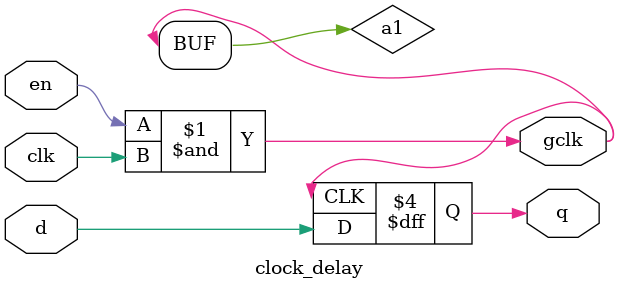
<source format=v>
module clock_delay(d,en,clk,gclk,q);
input d,en,clk;
output q, gclk;
reg q=0;
wire a1;
and (a1,en,clk);
assign gclk=a1;
always@(posedge gclk)
begin
q=d;
end
endmodule

</source>
